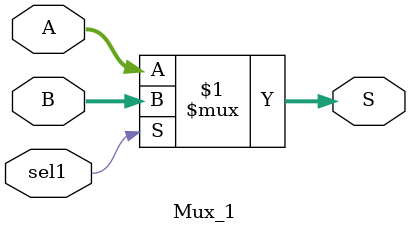
<source format=v>
`timescale 1ns/1ns

module Mux_1(
input sel1,
input [4:0]A,
input [4:0]B,

output[4:0]S

);

	assign S=sel1 ? B:A;
	
endmodule

</source>
